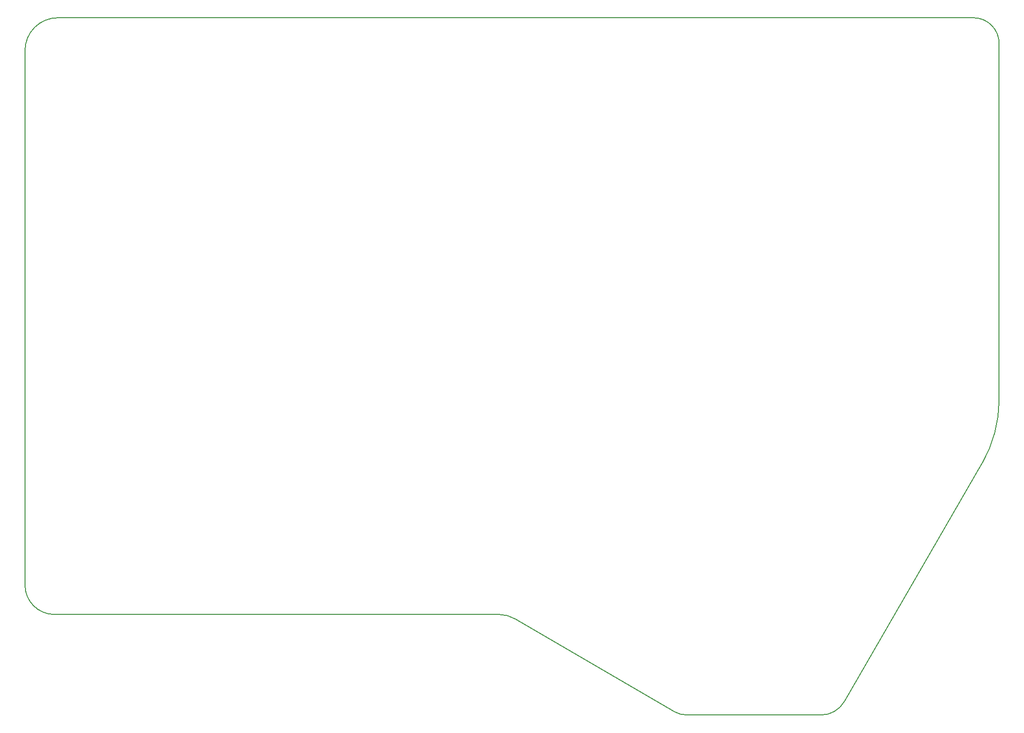
<source format=gm1>
%TF.GenerationSoftware,KiCad,Pcbnew,8.0.2-1*%
%TF.CreationDate,2024-06-04T23:34:33+02:00*%
%TF.ProjectId,keyboard,6b657962-6f61-4726-942e-6b696361645f,rev?*%
%TF.SameCoordinates,Original*%
%TF.FileFunction,Profile,NP*%
%FSLAX46Y46*%
G04 Gerber Fmt 4.6, Leading zero omitted, Abs format (unit mm)*
G04 Created by KiCad (PCBNEW 8.0.2-1) date 2024-06-04 23:34:33*
%MOMM*%
%LPD*%
G01*
G04 APERTURE LIST*
%TA.AperFunction,Profile*%
%ADD10C,0.200000*%
%TD*%
G04 APERTURE END LIST*
D10*
X202574400Y-27054300D02*
X44681600Y-27054300D01*
X39000000Y-32736300D02*
G75*
G02*
X44681600Y-27054700I5681600J0D01*
G01*
X202574400Y-27054300D02*
G75*
G02*
X207015410Y-31568282I0J-4441600D01*
G01*
X180300400Y-145162200D02*
X204134201Y-103932848D01*
X120778422Y-130100100D02*
G75*
G02*
X123520122Y-130860099I-23022J-5408400D01*
G01*
X207015400Y-93133170D02*
G75*
G02*
X204134200Y-103932848I-22179000J132870D01*
G01*
X180299785Y-145162264D02*
G75*
G02*
X176340604Y-147454200I-3972385J2296464D01*
G01*
X123520122Y-130860099D02*
X150909400Y-146845200D01*
X153161400Y-147454179D02*
G75*
G02*
X150909874Y-146845216I0J4466779D01*
G01*
X44080773Y-130100100D02*
G75*
G02*
X39000063Y-125000000I19427J5100100D01*
G01*
X176340604Y-147454200D02*
X153161400Y-147454200D01*
X207015400Y-31568692D02*
X207015400Y-93133170D01*
X39000000Y-125000000D02*
X39000000Y-32736300D01*
X120778422Y-130100100D02*
X44080773Y-130100100D01*
M02*

</source>
